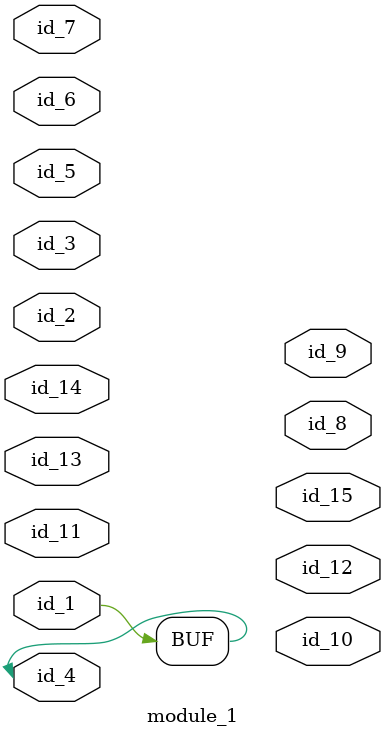
<source format=v>
module module_0;
  wire id_1;
endmodule
module module_1 (
    id_1,
    id_2,
    id_3,
    id_4,
    id_5,
    id_6,
    id_7,
    id_8,
    id_9,
    id_10,
    id_11,
    id_12,
    id_13,
    id_14,
    id_15
);
  output wire id_15;
  input wire id_14;
  input wire id_13;
  output wire id_12;
  input wire id_11;
  output wire id_10;
  output wire id_9;
  output wire id_8;
  input wire id_7;
  input wire id_6;
  input wire id_5;
  inout wire id_4;
  input wire id_3;
  inout wire id_2;
  input wire id_1;
  assign id_4 = id_1;
  module_0 modCall_1 ();
endmodule

</source>
